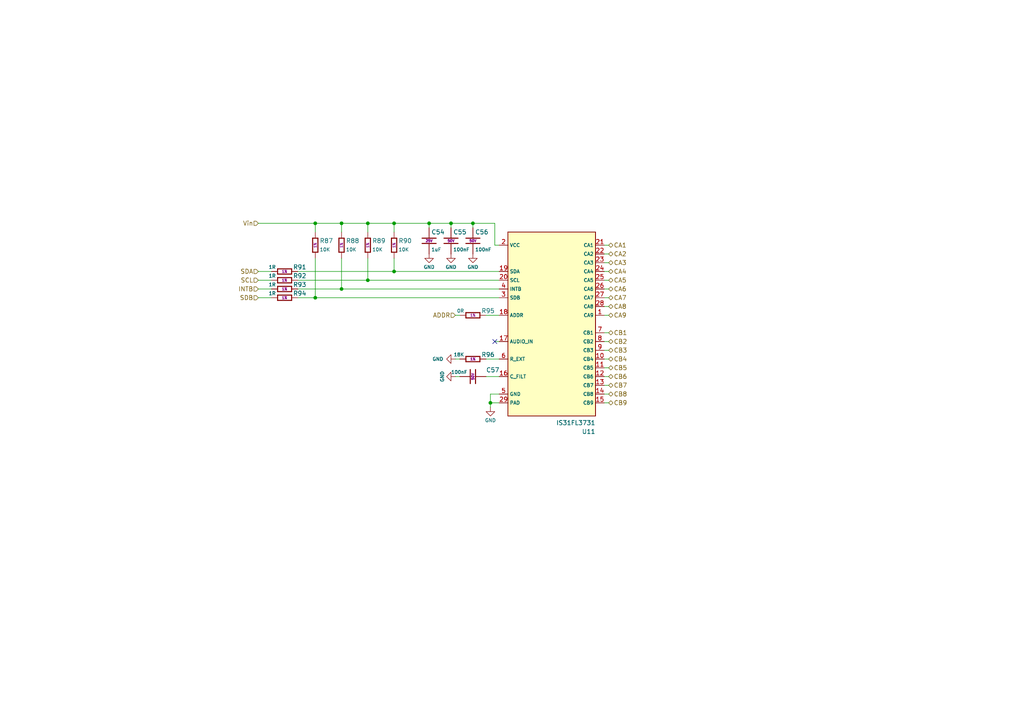
<source format=kicad_sch>
(kicad_sch (version 20211123) (generator eeschema)
  (paper "A4")
  (lib_symbols
    (symbol "CoE_Capacitor:100nF" (pin_numbers hide) (pin_names (offset 0.254) hide)
      (property "Reference" "C" (at 0.635 2.54 0))
      (property "Value" "100nF" (at 0.635 -2.54 0))
      (property "Voltage" "50V" (at 0 0 0))
      (symbol "100nF_1_1"
        (polyline (pts (xy -2.032 -0.762) (xy 2.032 -0.762)) (stroke (width 0.3048)) (fill (type outline)))
        (polyline (pts (xy -2.032 0.762) (xy 2.032 0.762)) (stroke (width 0.3048)) (fill (type outline)))
        (pin passive line (at 0 3.81 270) (length 2.9972) (name "~") (number "1"))
        (pin passive line (at 0 -3.81 90) (length 2.9972) (name "~") (number "2"))
      )
    )
    (symbol "CoE_Capacitor:1uF" (pin_numbers hide) (pin_names (offset 0.254) hide)
      (property "Reference" "C" (at 0.635 2.54 0))
      (property "Value" "1uF" (at 0.635 -2.54 0))
      (property "Voltage" "25V" (at 0 0 0))
      (symbol "1uF_1_1"
        (polyline (pts (xy -2.032 -0.762) (xy 2.032 -0.762)) (stroke (width 0.3048)) (fill (type outline)))
        (polyline (pts (xy -2.032 0.762) (xy 2.032 0.762)) (stroke (width 0.3048)) (fill (type outline)))
        (pin passive line (at 0 3.81 270) (length 2.9972) (name "~") (number "1"))
        (pin passive line (at 0 -3.81 90) (length 2.9972) (name "~") (number "2"))
      )
    )
    (symbol "CoE_IntegratedCircuit:IS31FL3731"
      (property "Reference" "U" (at 25.4 -53.34 0))
      (property "Value" "IS31FL3731" (at 25.4 -50.8 0))
      (property "Manufacturer Part #" "IS31FL3731-QFLS2-TR" (at 0 0 0))
      (property "JLCPCB Part #" "C191206" (at 0 0 0))
      (symbol "IS31FL3731_0_1"
        (rectangle (start 0 3.81) (end 25.4 -49.53) (stroke (width 0.254)) (fill (type background)))
      )
      (symbol "IS31FL3731_1_1"
        (pin passive line (at 27.94 -20.32 180) (length 2.54) (name "CA9") (number "1"))
        (pin passive line (at 27.94 -33.02 180) (length 2.54) (name "CB4") (number "10"))
        (pin passive line (at 27.94 -35.56 180) (length 2.54) (name "CB5") (number "11"))
        (pin passive line (at 27.94 -38.1 180) (length 2.54) (name "CB6") (number "12"))
        (pin passive line (at 27.94 -40.64 180) (length 2.54) (name "CB7") (number "13"))
        (pin passive line (at 27.94 -43.18 180) (length 2.54) (name "CB8") (number "14"))
        (pin passive line (at 27.94 -45.72 180) (length 2.54) (name "CB9") (number "15"))
        (pin input line (at -2.54 -38.1 0) (length 2.54) (name "C_FILT") (number "16"))
        (pin passive line (at -2.54 -27.94 0) (length 2.54) (name "AUDIO_IN") (number "17"))
        (pin input line (at -2.54 -20.32 0) (length 2.54) (name "ADDR") (number "18"))
        (pin bidirectional line (at -2.54 -7.62 0) (length 2.54) (name "SDA") (number "19"))
        (pin power_in line (at -2.54 0 0) (length 2.54) (name "VCC") (number "2"))
        (pin input line (at -2.54 -10.16 0) (length 2.54) (name "SCL") (number "20"))
        (pin passive line (at 27.94 0 180) (length 2.54) (name "CA1") (number "21"))
        (pin passive line (at 27.94 -2.54 180) (length 2.54) (name "CA2") (number "22"))
        (pin passive line (at 27.94 -5.08 180) (length 2.54) (name "CA3") (number "23"))
        (pin passive line (at 27.94 -7.62 180) (length 2.54) (name "CA4") (number "24"))
        (pin passive line (at 27.94 -10.16 180) (length 2.54) (name "CA5") (number "25"))
        (pin passive line (at 27.94 -12.7 180) (length 2.54) (name "CA6") (number "26"))
        (pin passive line (at 27.94 -15.24 180) (length 2.54) (name "CA7") (number "27"))
        (pin passive line (at 27.94 -17.78 180) (length 2.54) (name "CA8") (number "28"))
        (pin power_in line (at -2.54 -45.72 0) (length 2.54) (name "PAD") (number "29"))
        (pin input line (at -2.54 -15.24 0) (length 2.54) (name "SDB") (number "3"))
        (pin input line (at -2.54 -12.7 0) (length 2.54) (name "INTB") (number "4"))
        (pin power_in line (at -2.54 -43.18 0) (length 2.54) (name "GND") (number "5"))
        (pin passive line (at -2.54 -33.02 0) (length 2.54) (name "R_EXT") (number "6"))
        (pin passive line (at 27.94 -25.4 180) (length 2.54) (name "CB1") (number "7"))
        (pin passive line (at 27.94 -27.94 180) (length 2.54) (name "CB2") (number "8"))
        (pin passive line (at 27.94 -30.48 180) (length 2.54) (name "CB3") (number "9"))
      )
    )
    (symbol "CoE_Resistor:0R" (pin_numbers hide) (pin_names (offset 0.254) hide)
      (property "Reference" "R" (at 1.27 1.27 0))
      (property "Value" "0R" (at 1.27 -1.27 0))
      (property "Tolerance" "1%" (at 0 0 90))
      (symbol "0R_1_1"
        (polyline (pts (xy -0.762 -2.032) (xy -0.762 2.032)) (stroke (width 0.3048)) (fill (type outline)))
        (polyline (pts (xy 0.762 -2.032) (xy -0.762 -2.032)) (stroke (width 0.3048)) (fill (type outline)))
        (polyline (pts (xy 0.762 -2.032) (xy 0.762 2.032)) (stroke (width 0.3048)) (fill (type outline)))
        (polyline (pts (xy 0.762 2.032) (xy -0.762 2.032)) (stroke (width 0.3048)) (fill (type outline)))
        (pin passive line (at 0 3.81 270) (length 1.6002) (name "~") (number "1"))
        (pin passive line (at 0 -3.81 90) (length 1.6002) (name "~") (number "2"))
      )
    )
    (symbol "CoE_Resistor:10K" (pin_numbers hide) (pin_names (offset 0.254) hide)
      (property "Reference" "R" (at 1.27 1.27 0))
      (property "Value" "10K" (at 1.27 -1.27 0))
      (property "Tolerance" "1%" (at 0 0 90))
      (symbol "10K_1_1"
        (polyline (pts (xy -0.762 -2.032) (xy -0.762 2.032)) (stroke (width 0.3048)) (fill (type outline)))
        (polyline (pts (xy 0.762 -2.032) (xy -0.762 -2.032)) (stroke (width 0.3048)) (fill (type outline)))
        (polyline (pts (xy 0.762 -2.032) (xy 0.762 2.032)) (stroke (width 0.3048)) (fill (type outline)))
        (polyline (pts (xy 0.762 2.032) (xy -0.762 2.032)) (stroke (width 0.3048)) (fill (type outline)))
        (pin passive line (at 0 3.81 270) (length 1.6002) (name "~") (number "1"))
        (pin passive line (at 0 -3.81 90) (length 1.6002) (name "~") (number "2"))
      )
    )
    (symbol "CoE_Resistor:18K" (pin_numbers hide) (pin_names (offset 0.254) hide)
      (property "Reference" "R" (at 1.27 1.27 0))
      (property "Value" "18K" (at 1.27 -1.27 0))
      (property "Tolerance" "1%" (at 0 0 90))
      (symbol "18K_1_1"
        (polyline (pts (xy -0.762 -2.032) (xy -0.762 2.032)) (stroke (width 0.3048)) (fill (type outline)))
        (polyline (pts (xy 0.762 -2.032) (xy -0.762 -2.032)) (stroke (width 0.3048)) (fill (type outline)))
        (polyline (pts (xy 0.762 -2.032) (xy 0.762 2.032)) (stroke (width 0.3048)) (fill (type outline)))
        (polyline (pts (xy 0.762 2.032) (xy -0.762 2.032)) (stroke (width 0.3048)) (fill (type outline)))
        (pin passive line (at 0 3.81 270) (length 1.6002) (name "~") (number "1"))
        (pin passive line (at 0 -3.81 90) (length 1.6002) (name "~") (number "2"))
      )
    )
    (symbol "CoE_Resistor:1R" (pin_numbers hide) (pin_names (offset 0.254) hide)
      (property "Reference" "R" (at 1.27 1.27 0))
      (property "Value" "1R" (at 1.27 -1.27 0))
      (property "Tolerance" "1%" (at 0 0 90))
      (symbol "1R_1_1"
        (polyline (pts (xy -0.762 -2.032) (xy -0.762 2.032)) (stroke (width 0.3048)) (fill (type outline)))
        (polyline (pts (xy 0.762 -2.032) (xy -0.762 -2.032)) (stroke (width 0.3048)) (fill (type outline)))
        (polyline (pts (xy 0.762 -2.032) (xy 0.762 2.032)) (stroke (width 0.3048)) (fill (type outline)))
        (polyline (pts (xy 0.762 2.032) (xy -0.762 2.032)) (stroke (width 0.3048)) (fill (type outline)))
        (pin passive line (at 0 3.81 270) (length 1.6002) (name "~") (number "1"))
        (pin passive line (at 0 -3.81 90) (length 1.6002) (name "~") (number "2"))
      )
    )
    (symbol "power:GND" (power) (pin_names (offset 0))
      (property "Value" "GND" (at 0 -3.81 0))
      (symbol "GND_0_1"
        (polyline (pts (xy 0 0) (xy 0 -1.27) (xy 1.27 -1.27) (xy 0 -2.54) (xy -1.27 -1.27) (xy 0 -1.27)))
      )
      (symbol "GND_1_1"
        (pin power_in line (at 0 0 270) (length 0) hide (name "GND") (number "1"))
      )
    )
  )
  (junction (at 91.44 64.77))
  (junction (at 106.68 81.28))
  (junction (at 114.3 78.74))
  (junction (at 124.46 64.77))
  (junction (at 91.44 86.36))
  (junction (at 106.68 64.77))
  (junction (at 99.06 64.77))
  (junction (at 114.3 64.77))
  (junction (at 142.24 116.84))
  (junction (at 99.06 83.82))
  (junction (at 137.16 64.77))
  (junction (at 130.81 64.77))
  (no_connect (at 143.51 99.06))
  (wire (pts (xy 140.97 91.44) (xy 144.78 91.44)))
  (wire (pts (xy 142.24 118.11) (xy 142.24 116.84)))
  (wire (pts (xy 175.26 83.82) (xy 176.53 83.82)))
  (wire (pts (xy 144.78 114.3) (xy 142.24 114.3)))
  (wire (pts (xy 74.93 83.82) (xy 78.74 83.82)))
  (wire (pts (xy 86.36 81.28) (xy 106.68 81.28)))
  (wire (pts (xy 74.93 81.28) (xy 78.74 81.28)))
  (wire (pts (xy 91.44 64.77) (xy 99.06 64.77)))
  (wire (pts (xy 91.44 86.36) (xy 91.44 74.93)))
  (wire (pts (xy 99.06 83.82) (xy 99.06 74.93)))
  (wire (pts (xy 99.06 64.77) (xy 99.06 67.31)))
  (wire (pts (xy 137.16 64.77) (xy 130.81 64.77)))
  (wire (pts (xy 175.26 116.84) (xy 176.53 116.84)))
  (wire (pts (xy 175.26 88.9) (xy 176.53 88.9)))
  (wire (pts (xy 130.81 64.77) (xy 130.81 66.04)))
  (wire (pts (xy 175.26 106.68) (xy 176.53 106.68)))
  (wire (pts (xy 175.26 99.06) (xy 176.53 99.06)))
  (wire (pts (xy 114.3 64.77) (xy 114.3 67.31)))
  (wire (pts (xy 175.26 104.14) (xy 176.53 104.14)))
  (wire (pts (xy 143.51 99.06) (xy 144.78 99.06)))
  (wire (pts (xy 132.08 91.44) (xy 133.35 91.44)))
  (wire (pts (xy 106.68 64.77) (xy 106.68 67.31)))
  (wire (pts (xy 175.26 109.22) (xy 176.53 109.22)))
  (wire (pts (xy 143.51 71.12) (xy 144.78 71.12)))
  (wire (pts (xy 137.16 64.77) (xy 143.51 64.77)))
  (wire (pts (xy 130.81 64.77) (xy 124.46 64.77)))
  (wire (pts (xy 175.26 96.52) (xy 176.53 96.52)))
  (wire (pts (xy 114.3 64.77) (xy 124.46 64.77)))
  (wire (pts (xy 175.26 71.12) (xy 176.53 71.12)))
  (wire (pts (xy 144.78 81.28) (xy 106.68 81.28)))
  (wire (pts (xy 175.26 114.3) (xy 176.53 114.3)))
  (wire (pts (xy 99.06 64.77) (xy 106.68 64.77)))
  (wire (pts (xy 144.78 83.82) (xy 99.06 83.82)))
  (wire (pts (xy 175.26 91.44) (xy 176.53 91.44)))
  (wire (pts (xy 114.3 78.74) (xy 114.3 74.93)))
  (wire (pts (xy 175.26 86.36) (xy 176.53 86.36)))
  (wire (pts (xy 74.93 64.77) (xy 91.44 64.77)))
  (wire (pts (xy 74.93 78.74) (xy 78.74 78.74)))
  (wire (pts (xy 86.36 83.82) (xy 99.06 83.82)))
  (wire (pts (xy 142.24 116.84) (xy 144.78 116.84)))
  (wire (pts (xy 143.51 64.77) (xy 143.51 71.12)))
  (wire (pts (xy 86.36 78.74) (xy 114.3 78.74)))
  (wire (pts (xy 132.08 104.14) (xy 133.35 104.14)))
  (wire (pts (xy 140.97 109.22) (xy 144.78 109.22)))
  (wire (pts (xy 106.68 64.77) (xy 114.3 64.77)))
  (wire (pts (xy 132.08 109.22) (xy 133.35 109.22)))
  (wire (pts (xy 144.78 78.74) (xy 114.3 78.74)))
  (wire (pts (xy 124.46 64.77) (xy 124.46 66.04)))
  (wire (pts (xy 175.26 76.2) (xy 176.53 76.2)))
  (wire (pts (xy 175.26 78.74) (xy 176.53 78.74)))
  (wire (pts (xy 175.26 101.6) (xy 176.53 101.6)))
  (wire (pts (xy 175.26 73.66) (xy 176.53 73.66)))
  (wire (pts (xy 137.16 64.77) (xy 137.16 66.04)))
  (wire (pts (xy 142.24 114.3) (xy 142.24 116.84)))
  (wire (pts (xy 175.26 111.76) (xy 176.53 111.76)))
  (wire (pts (xy 106.68 81.28) (xy 106.68 74.93)))
  (wire (pts (xy 175.26 81.28) (xy 176.53 81.28)))
  (wire (pts (xy 86.36 86.36) (xy 91.44 86.36)))
  (wire (pts (xy 91.44 64.77) (xy 91.44 67.31)))
  (wire (pts (xy 144.78 86.36) (xy 91.44 86.36)))
  (wire (pts (xy 140.97 104.14) (xy 144.78 104.14)))
  (wire (pts (xy 74.93 86.36) (xy 78.74 86.36)))
  (hierarchical_label "CB3" (shape tri_state) (at 176.53 101.6 0))
  (hierarchical_label "CA7" (shape tri_state) (at 176.53 86.36 0))
  (hierarchical_label "CB2" (shape tri_state) (at 176.53 99.06 0))
  (hierarchical_label "CA6" (shape tri_state) (at 176.53 83.82 0))
  (hierarchical_label "CA4" (shape tri_state) (at 176.53 78.74 0))
  (hierarchical_label "ADDR" (shape input) (at 132.08 91.44 180))
  (hierarchical_label "SCL" (shape input) (at 74.93 81.28 180))
  (hierarchical_label "CB8" (shape tri_state) (at 176.53 114.3 0))
  (hierarchical_label "CB9" (shape tri_state) (at 176.53 116.84 0))
  (hierarchical_label "CB4" (shape tri_state) (at 176.53 104.14 0))
  (hierarchical_label "CA3" (shape tri_state) (at 176.53 76.2 0))
  (hierarchical_label "INTB" (shape input) (at 74.93 83.82 180))
  (hierarchical_label "SDB" (shape input) (at 74.93 86.36 180))
  (hierarchical_label "CA5" (shape tri_state) (at 176.53 81.28 0))
  (hierarchical_label "CB1" (shape tri_state) (at 176.53 96.52 0))
  (hierarchical_label "CA1" (shape tri_state) (at 176.53 71.12 0))
  (hierarchical_label "CA9" (shape tri_state) (at 176.53 91.44 0))
  (hierarchical_label "CB6" (shape tri_state) (at 176.53 109.22 0))
  (hierarchical_label "CB5" (shape tri_state) (at 176.53 106.68 0))
  (hierarchical_label "CA2" (shape tri_state) (at 176.53 73.66 0))
  (hierarchical_label "Vin" (shape input) (at 74.93 64.77 180))
  (hierarchical_label "SDA" (shape input) (at 74.93 78.74 180))
  (hierarchical_label "CA8" (shape tri_state) (at 176.53 88.9 0))
  (hierarchical_label "CB7" (shape tri_state) (at 176.53 111.76 0))
  (symbol (lib_id "CoE_Resistor:10K") (at 91.44 71.12 0)
    (property "Reference" "R87" (at 92.71 69.85 0) (effects (justify left)))
    (property "Value" "10K" (at 92.71 72.39 0) (effects (font (size 0.9906 0.9906)) (justify left)))
    (property "Footprint" "CoF_Resistor:R-0402" (effects hide))
    (property "Tolerance" "1%" (at 91.44 71.12 90) (effects (font (size 0.7112 0.7112))))
    (property "MFR. Part #" "0402WGF1002TCE" (effects hide))
    (property "JLCPCB Part #" "C25744" (effects hide))
  )
  (symbol (lib_id "CoE_Resistor:1R") (at 82.55 86.36 90)
    (property "Reference" "R94" (at 88.9 85.09 90) (effects (justify left)))
    (property "Value" "1R" (at 80.01 85.09 90) (effects (font (size 0.9906 0.9906)) (justify left)))
    (property "Footprint" "CoF_Resistor:R-0402" (effects hide))
    (property "Tolerance" "1%" (at 82.55 86.36 90) (effects (font (size 0.7112 0.7112))))
    (property "MFR. Part #" "0402WGF100KTCE" (effects hide))
    (property "JLCPCB Part #" "C25086" (effects hide))
  )
  (symbol (lib_id "CoE_Resistor:1R") (at 82.55 83.82 90)
    (property "Reference" "R93" (at 88.9 82.55 90) (effects (justify left)))
    (property "Value" "1R" (at 80.01 82.55 90) (effects (font (size 0.9906 0.9906)) (justify left)))
    (property "Footprint" "CoF_Resistor:R-0402" (effects hide))
    (property "Tolerance" "1%" (at 82.55 83.82 90) (effects (font (size 0.7112 0.7112))))
    (property "MFR. Part #" "0402WGF100KTCE" (effects hide))
    (property "JLCPCB Part #" "C25086" (effects hide))
  )
  (symbol (lib_id "CoE_Resistor:1R") (at 82.55 81.28 90)
    (property "Reference" "R92" (at 88.9 80.01 90) (effects (justify left)))
    (property "Value" "1R" (at 80.01 80.01 90) (effects (font (size 0.9906 0.9906)) (justify left)))
    (property "Footprint" "CoF_Resistor:R-0402" (effects hide))
    (property "Tolerance" "1%" (at 82.55 81.28 90) (effects (font (size 0.7112 0.7112))))
    (property "MFR. Part #" "0402WGF100KTCE" (effects hide))
    (property "JLCPCB Part #" "C25086" (effects hide))
  )
  (symbol (lib_id "CoE_Capacitor:100nF") (at 137.16 109.22 270)
    (property "Reference" "C57" (at 140.97 107.315 90) (effects (justify left)))
    (property "Value" "100nF" (at 130.81 107.95 90) (effects (font (size 0.9906 0.9906)) (justify left)))
    (property "Footprint" "CoF_Capacitor:C-0402" (effects hide))
    (property "Voltage" "50V" (at 137.16 109.22 0) (effects (font (size 0.7112 0.7112))))
    (property "MFR. Part #" "CL05B104KB54PNC" (effects hide))
    (property "JLCPCB Part #" "C307331" (effects hide))
  )
  (symbol (lib_id "CoE_Capacitor:100nF") (at 137.16 69.85 0)
    (property "Reference" "C56" (at 137.795 67.31 0) (effects (justify left)))
    (property "Value" "100nF" (at 137.795 72.39 0) (effects (font (size 0.9906 0.9906)) (justify left)))
    (property "Footprint" "CoF_Capacitor:C-0402" (effects hide))
    (property "Voltage" "50V" (at 137.16 69.85 0) (effects (font (size 0.7112 0.7112))))
    (property "MFR. Part #" "CL05B104KB54PNC" (effects hide))
    (property "JLCPCB Part #" "C307331" (effects hide))
  )
  (symbol (lib_id "CoE_Resistor:10K") (at 114.3 71.12 0)
    (property "Reference" "R90" (at 115.57 69.85 0) (effects (justify left)))
    (property "Value" "10K" (at 115.57 72.39 0) (effects (font (size 0.9906 0.9906)) (justify left)))
    (property "Footprint" "CoF_Resistor:R-0402" (effects hide))
    (property "Tolerance" "1%" (at 114.3 71.12 90) (effects (font (size 0.7112 0.7112))))
    (property "MFR. Part #" "0402WGF1002TCE" (effects hide))
    (property "JLCPCB Part #" "C25744" (effects hide))
  )
  (symbol (lib_id "power:GND") (at 137.16 73.66 0)
    (property "Reference" "#PWR097" (effects hide))
    (property "Value" "GND" (at 137.16 77.47 0) (effects (font (size 1 1))))
  )
  (symbol (lib_id "power:GND") (at 132.08 109.22 270)
    (property "Reference" "#PWR099" (effects hide))
    (property "Value" "GND" (at 128.27 109.22 0) (effects (font (size 1 1))))
  )
  (symbol (lib_id "CoE_Resistor:10K") (at 106.68 71.12 0)
    (property "Reference" "R89" (at 107.95 69.85 0) (effects (justify left)))
    (property "Value" "10K" (at 107.95 72.39 0) (effects (font (size 0.9906 0.9906)) (justify left)))
    (property "Footprint" "CoF_Resistor:R-0402" (effects hide))
    (property "Tolerance" "1%" (at 106.68 71.12 90) (effects (font (size 0.7112 0.7112))))
    (property "MFR. Part #" "0402WGF1002TCE" (effects hide))
    (property "JLCPCB Part #" "C25744" (effects hide))
  )
  (symbol (lib_id "power:GND") (at 124.46 73.66 0)
    (property "Reference" "#PWR095" (effects hide))
    (property "Value" "GND" (at 124.46 77.47 0) (effects (font (size 1 1))))
  )
  (symbol (lib_id "power:GND") (at 132.08 104.14 270)
    (property "Reference" "#PWR098" (effects hide))
    (property "Value" "GND" (at 127 104.14 90) (effects (font (size 1 1))))
  )
  (symbol (lib_id "CoE_Resistor:10K") (at 99.06 71.12 0)
    (property "Reference" "R88" (at 100.33 69.85 0) (effects (justify left)))
    (property "Value" "10K" (at 100.33 72.39 0) (effects (font (size 0.9906 0.9906)) (justify left)))
    (property "Footprint" "CoF_Resistor:R-0402" (effects hide))
    (property "Tolerance" "1%" (at 99.06 71.12 90) (effects (font (size 0.7112 0.7112))))
    (property "MFR. Part #" "0402WGF1002TCE" (effects hide))
    (property "JLCPCB Part #" "C25744" (effects hide))
  )
  (symbol (lib_id "CoE_Resistor:18K") (at 137.16 104.14 90)
    (property "Reference" "R96" (at 143.51 102.87 90) (effects (justify left)))
    (property "Value" "18K" (at 134.62 102.87 90) (effects (font (size 0.9906 0.9906)) (justify left)))
    (property "Footprint" "CoF_Resistor:R-0402" (effects hide))
    (property "Tolerance" "1%" (at 137.16 104.14 90) (effects (font (size 0.7112 0.7112))))
    (property "MFR. Part #" "0402WGF1802TCE" (effects hide))
    (property "JLCPCB Part #" "C25762" (effects hide))
  )
  (symbol (lib_id "CoE_Resistor:1R") (at 82.55 78.74 90)
    (property "Reference" "R91" (at 88.9 77.47 90) (effects (justify left)))
    (property "Value" "1R" (at 80.01 77.47 90) (effects (font (size 0.9906 0.9906)) (justify left)))
    (property "Footprint" "CoF_Resistor:R-0402" (effects hide))
    (property "Tolerance" "1%" (at 82.55 78.74 90) (effects (font (size 0.7112 0.7112))))
    (property "MFR. Part #" "0402WGF100KTCE" (effects hide))
    (property "JLCPCB Part #" "C25086" (effects hide))
  )
  (symbol (lib_id "CoE_Resistor:0R") (at 137.16 91.44 90)
    (property "Reference" "R95" (at 143.51 90.17 90) (effects (justify left)))
    (property "Value" "0R" (at 134.62 90.17 90) (effects (font (size 0.9906 0.9906)) (justify left)))
    (property "Footprint" "CoF_Resistor:R-0402" (effects hide))
    (property "Tolerance" "1%" (at 137.16 91.44 90) (effects (font (size 0.7112 0.7112))))
    (property "MFR. Part #" "0402WGF0000TCE" (effects hide))
    (property "JLCPCB Part #" "C17168" (effects hide))
  )
  (symbol (lib_id "CoE_IntegratedCircuit:IS31FL3731") (at 147.32 71.12 0)
    (property "Reference" "U11" (at 172.72 124.46 0) (effects (justify right top)))
    (property "Value" "IS31FL3731" (at 172.72 121.92 0) (effects (justify right top)))
    (property "Footprint" "CoF_QuadFlat:QFN-28-EP" (effects hide))
    (property "Datasheet" "http://www.issi.com/WW/pdf/31FL3731.pdf" (effects hide))
    (property "Manufacturer Part #" "IS31FL3731-QFLS2-TR" (effects hide))
    (property "JLCPCB Part #" "C191206" (effects hide))
  )
  (symbol (lib_id "CoE_Capacitor:1uF") (at 124.46 69.85 0)
    (property "Reference" "C54" (at 125.095 67.31 0) (effects (justify left)))
    (property "Value" "1uF" (at 125.095 72.39 0) (effects (font (size 0.9906 0.9906)) (justify left)))
    (property "Footprint" "CoF_Capacitor:C-0402" (effects hide))
    (property "Voltage" "25V" (at 124.46 69.85 0) (effects (font (size 0.7112 0.7112))))
    (property "MFR. Part #" "CL05A105KA5NQNC" (effects hide))
    (property "JLCPCB Part #" "C52923" (effects hide))
  )
  (symbol (lib_id "power:GND") (at 130.81 73.66 0)
    (property "Reference" "#PWR096" (effects hide))
    (property "Value" "GND" (at 130.81 77.47 0) (effects (font (size 1 1))))
  )
  (symbol (lib_id "CoE_Capacitor:100nF") (at 130.81 69.85 0)
    (property "Reference" "C55" (at 131.445 67.31 0) (effects (justify left)))
    (property "Value" "100nF" (at 131.445 72.39 0) (effects (font (size 0.9906 0.9906)) (justify left)))
    (property "Footprint" "CoF_Capacitor:C-0402" (effects hide))
    (property "Voltage" "50V" (at 130.81 69.85 0) (effects (font (size 0.7112 0.7112))))
    (property "MFR. Part #" "CL05B104KB54PNC" (effects hide))
    (property "JLCPCB Part #" "C307331" (effects hide))
  )
  (symbol (lib_id "power:GND") (at 142.24 118.11 0)
    (property "Reference" "#PWR0100" (effects hide))
    (property "Value" "GND" (at 142.24 121.92 0) (effects (font (size 1 1))))
  )
)
</source>
